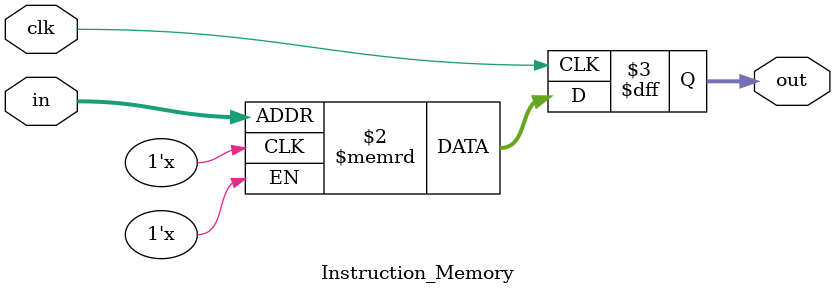
<source format=v>
`timescale 1ns / 1ps

module Instruction_Memory 
#(parameter ADDR_LEN = 16) (
    input [ADDR_LEN-1 : 0] in,
    input clk, 
    output reg [31:0] out
);

reg [31:0] data [1 << (ADDR_LEN - 1) : 0];
always @ (posedge clk) begin
    out <= data[in];
end

endmodule

</source>
